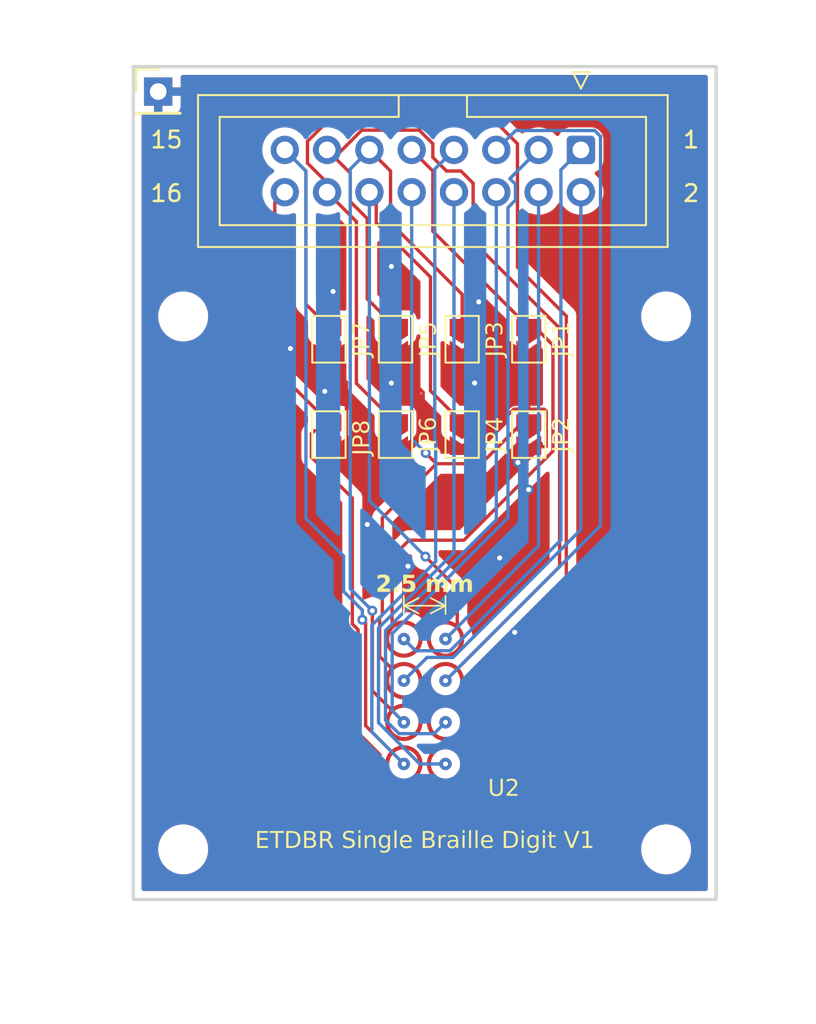
<source format=kicad_pcb>
(kicad_pcb (version 20240108) (generator "pcbnew") (generator_version "8.0")
  (layers (0 "F.Cu" signal) (31 "B.Cu" signal) (34 "B.Paste" user) (35 "F.Paste" user) (36 "B.SilkS" user "B.Silkscreen") (37 "F.SilkS" user "F.Silkscreen") (38 "B.Mask" user) (39 "F.Mask" user) (44 "Edge.Cuts" user))
  (net 0 "")
  (net 1 "Net-(J2-Pin_16)")
  (net 2 "Net-(J2-Pin_11)")
  (net 3 "Net-(J2-Pin_7)")
  (net 4 "Net-(J2-Pin_2)")
  (net 5 "Net-(J2-Pin_3)")
  (net 6 "Net-(J2-Pin_15)")
  (net 7 "Net-(J2-Pin_9)")
  (net 8 "Net-(J2-Pin_4)")
  (net 9 "Net-(J2-Pin_6)")
  (net 10 "Net-(J2-Pin_14)")
  (net 11 "Net-(J2-Pin_5)")
  (net 12 "Net-(J2-Pin_13)")
  (net 13 "Net-(J2-Pin_10)")
  (net 14 "Net-(J2-Pin_12)")
  (net 15 "Net-(J2-Pin_1)")
  (net 16 "Net-(J2-Pin_8)")
  (net 17 "/GNDPlane")
  (footprint "Connector_PinHeader_2.54mm:PinHeader_1x01_P2.54mm_Vertical" (layer "F.Cu") (at 49.78 57.465)
    (property "Reference" "J1")
    (property "Value" "Conn_01x01_Pin")
    (fp_line (start -1.33 -1.33) (end 0 -1.33) (stroke (width 0.12)) (layer "F.SilkS"))
    (fp_line (start -1.33 0) (end -1.33 -1.33) (stroke (width 0.12)) (layer "F.SilkS"))
    (fp_line (start -1.33 1.27) (end -1.33 1.33) (stroke (width 0.12)) (layer "F.SilkS"))
    (fp_line (start -1.33 1.27) (end 1.33 1.27) (stroke (width 0.12)) (layer "F.SilkS"))
    (fp_line (start -1.33 1.33) (end 1.33 1.33) (stroke (width 0.12)) (layer "F.SilkS"))
    (fp_line (start 1.33 1.27) (end 1.33 1.33) (stroke (width 0.12)) (layer "F.SilkS"))
    (pad "1" thru_hole rect (at 0 0) (size 1.7 1.7) (drill 1) (layers "*.Cu" "*.Mask") (net 17 "/GNDPlane"))
  )
  (footprint "Jumper:SolderJumper-2_P1.3mm_Open_TrianglePad1.0x1.5mm" (layer "F.Cu") (at 68.03 72.335 -90)
    (property "Reference" "JP3" (at 0 -2 90) (layer "F.SilkS"))
    (property "Value" "SolderJumper_2_Open" (hide yes))
    (fp_line (start -1.4 1) (end -1.4 -1) (stroke (width 0.12)) (layer "F.SilkS"))
    (fp_line (start 1.4 1) (end -1.4 1) (stroke (width 0.12)) (layer "F.SilkS"))
    (fp_line (start -1.4 -1) (end 1.4 -1) (stroke (width 0.12)) (layer "F.SilkS"))
    (fp_line (start 1.4 -1) (end 1.4 1) (stroke (width 0.12)) (layer "F.SilkS"))
    (pad "1" smd custom (at -0.725 0 270) (size 0.3 0.3) (layers "F.Cu" "F.Mask") (net 2 "Net-(J2-Pin_11)") (options (clearance outline) (anchor rect)) (primitives (gr_poly (pts (xy 1 0) (xy 0.5 0.75) (xy -0.5 0.75) (xy -0.5 -0.75) (xy 0.5 -0.75)) (width 0) (fill yes))))
    (pad "2" smd custom (at 0.725 0 270) (size 0.3 0.3) (layers "F.Cu" "F.Mask") (net 17 "/GNDPlane") (options (clearance outline) (anchor rect)) (primitives (gr_poly (pts (xy 0.5 0.75) (xy -0.65 0.75) (xy -0.15 0) (xy -0.65 -0.75) (xy 0.5 -0.75)) (width 0) (fill yes))))
  )
  (footprint "Connector_IDC:IDC-Header_2x08_P2.54mm_Vertical" (layer "F.Cu") (at 75.16 60.965 -90)
    (property "Reference" "J2" (hide yes))
    (property "Value" "Conn_02x08_Top_Bottom")
    (fp_line (start -3.29 22.99) (end -3.29 -5.21) (stroke (width 0.12)) (layer "F.SilkS"))
    (fp_line (start 5.83 22.99) (end -3.29 22.99) (stroke (width 0.12)) (layer "F.SilkS"))
    (fp_line (start -1.98 21.69) (end -1.98 10.94) (stroke (width 0.12)) (layer "F.SilkS"))
    (fp_line (start 4.52 21.69) (end -1.98 21.69) (stroke (width 0.12)) (layer "F.SilkS"))
    (fp_line (start -1.98 10.94) (end -3.29 10.94) (stroke (width 0.12)) (layer "F.SilkS"))
    (fp_line (start -1.98 10.94) (end -1.98 10.94) (stroke (width 0.12)) (layer "F.SilkS"))
    (fp_line (start -3.29 6.84) (end -1.98 6.84) (stroke (width 0.12)) (layer "F.SilkS"))
    (fp_line (start -1.98 6.84) (end -1.98 -3.91) (stroke (width 0.12)) (layer "F.SilkS"))
    (fp_line (start -4.68 0.5) (end -3.68 0) (stroke (width 0.12)) (layer "F.SilkS"))
    (fp_line (start -3.68 0) (end -4.68 -0.5) (stroke (width 0.12)) (layer "F.SilkS"))
    (fp_line (start -4.68 -0.5) (end -4.68 0.5) (stroke (width 0.12)) (layer "F.SilkS"))
    (fp_line (start -1.98 -3.91) (end 4.52 -3.91) (stroke (width 0.12)) (layer "F.SilkS"))
    (fp_line (start 4.52 -3.91) (end 4.52 21.69) (stroke (width 0.12)) (layer "F.SilkS"))
    (fp_line (start -3.29 -5.21) (end 5.83 -5.21) (stroke (width 0.12)) (layer "F.SilkS"))
    (fp_line (start 5.83 -5.21) (end 5.83 22.99) (stroke (width 0.12)) (layer "F.SilkS"))
    (pad "1" thru_hole roundrect (at 0 0 270) (size 1.7 1.7) (drill 1) (layers "*.Cu" "*.Mask") (roundrect_rratio 0.147059) (net 15 "Net-(J2-Pin_1)"))
    (pad "2" thru_hole circle (at 2.54 0 270) (size 1.7 1.7) (drill 1) (layers "*.Cu" "*.Mask") (net 4 "Net-(J2-Pin_2)"))
    (pad "3" thru_hole circle (at 0 2.54 270) (size 1.7 1.7) (drill 1) (layers "*.Cu" "*.Mask") (net 5 "Net-(J2-Pin_3)"))
    (pad "4" thru_hole circle (at 2.54 2.54 270) (size 1.7 1.7) (drill 1) (layers "*.Cu" "*.Mask") (net 8 "Net-(J2-Pin_4)"))
    (pad "5" thru_hole circle (at 0 5.08 270) (size 1.7 1.7) (drill 1) (layers "*.Cu" "*.Mask") (net 11 "Net-(J2-Pin_5)"))
    (pad "6" thru_hole circle (at 2.54 5.08 270) (size 1.7 1.7) (drill 1) (layers "*.Cu" "*.Mask") (net 9 "Net-(J2-Pin_6)"))
    (pad "7" thru_hole circle (at 0 7.62 270) (size 1.7 1.7) (drill 1) (layers "*.Cu" "*.Mask") (net 3 "Net-(J2-Pin_7)"))
    (pad "8" thru_hole circle (at 2.54 7.62 270) (size 1.7 1.7) (drill 1) (layers "*.Cu" "*.Mask") (net 16 "Net-(J2-Pin_8)"))
    (pad "9" thru_hole circle (at 0 10.16 270) (size 1.7 1.7) (drill 1) (layers "*.Cu" "*.Mask") (net 7 "Net-(J2-Pin_9)"))
    (pad "10" thru_hole circle (at 2.54 10.16 270) (size 1.7 1.7) (drill 1) (layers "*.Cu" "*.Mask") (net 13 "Net-(J2-Pin_10)"))
    (pad "11" thru_hole circle (at 0 12.7 270) (size 1.7 1.7) (drill 1) (layers "*.Cu" "*.Mask") (net 2 "Net-(J2-Pin_11)"))
    (pad "12" thru_hole circle (at 2.54 12.7 270) (size 1.7 1.7) (drill 1) (layers "*.Cu" "*.Mask") (net 14 "Net-(J2-Pin_12)"))
    (pad "13" thru_hole circle (at 0 15.24 270) (size 1.7 1.7) (drill 1) (layers "*.Cu" "*.Mask") (net 12 "Net-(J2-Pin_13)"))
    (pad "14" thru_hole circle (at 2.54 15.24 270) (size 1.7 1.7) (drill 1) (layers "*.Cu" "*.Mask") (net 10 "Net-(J2-Pin_14)"))
    (pad "15" thru_hole circle (at 0 17.78 270) (size 1.7 1.7) (drill 1) (layers "*.Cu" "*.Mask") (net 6 "Net-(J2-Pin_15)"))
    (pad "16" thru_hole circle (at 2.54 17.78 270) (size 1.7 1.7) (drill 1) (layers "*.Cu" "*.Mask") (net 1 "Net-(J2-Pin_16)"))
  )
  (footprint "Jumper:SolderJumper-2_P1.3mm_Open_TrianglePad1.0x1.5mm" (layer "F.Cu") (at 68.03 78.06 -90)
    (property "Reference" "JP4" (at 0 -2 90) (layer "F.SilkS"))
    (property "Value" "SolderJumper_2_Open" (hide yes))
    (fp_line (start -1.4 1) (end -1.4 -1) (stroke (width 0.12)) (layer "F.SilkS"))
    (fp_line (start 1.4 1) (end -1.4 1) (stroke (width 0.12)) (layer "F.SilkS"))
    (fp_line (start -1.4 -1) (end 1.4 -1) (stroke (width 0.12)) (layer "F.SilkS"))
    (fp_line (start 1.4 -1) (end 1.4 1) (stroke (width 0.12)) (layer "F.SilkS"))
    (pad "1" smd custom (at -0.725 0 270) (size 0.3 0.3) (layers "F.Cu" "F.Mask") (net 14 "Net-(J2-Pin_12)") (options (clearance outline) (anchor rect)) (primitives (gr_poly (pts (xy 1 0) (xy 0.5 0.75) (xy -0.5 0.75) (xy -0.5 -0.75) (xy 0.5 -0.75)) (width 0) (fill yes))))
    (pad "2" smd custom (at 0.725 0 270) (size 0.3 0.3) (layers "F.Cu" "F.Mask") (net 17 "/GNDPlane") (options (clearance outline) (anchor rect)) (primitives (gr_poly (pts (xy 0.5 0.75) (xy -0.65 0.75) (xy -0.15 0) (xy -0.65 -0.75) (xy 0.5 -0.75)) (width 0) (fill yes))))
  )
  (footprint "MountingHole:MountingHole_2.5mm" (layer "F.Cu") (at 51.28 70.965)
    (property "Reference" "REF**")
    (property "Value" "MountingHole_2.5mm" (hide yes))
    (pad "" np_thru_hole circle (at 0 0) (size 2.5 2.5) (drill 2.5) (layers "*.Cu" "*.Mask"))
  )
  (footprint "Jumper:SolderJumper-2_P1.3mm_Open_TrianglePad1.0x1.5mm" (layer "F.Cu") (at 60.03 72.335 -90)
    (property "Reference" "JP7" (at 0 -2 90) (layer "F.SilkS"))
    (property "Value" "SolderJumper_2_Open" (hide yes))
    (fp_line (start -1.4 1) (end -1.4 -1) (stroke (width 0.12)) (layer "F.SilkS"))
    (fp_line (start 1.4 1) (end -1.4 1) (stroke (width 0.12)) (layer "F.SilkS"))
    (fp_line (start -1.4 -1) (end 1.4 -1) (stroke (width 0.12)) (layer "F.SilkS"))
    (fp_line (start 1.4 -1) (end 1.4 1) (stroke (width 0.12)) (layer "F.SilkS"))
    (pad "1" smd custom (at -0.725 0 270) (size 0.3 0.3) (layers "F.Cu" "F.Mask") (net 6 "Net-(J2-Pin_15)") (options (clearance outline) (anchor rect)) (primitives (gr_poly (pts (xy 1 0) (xy 0.5 0.75) (xy -0.5 0.75) (xy -0.5 -0.75) (xy 0.5 -0.75)) (width 0) (fill yes))))
    (pad "2" smd custom (at 0.725 0 270) (size 0.3 0.3) (layers "F.Cu" "F.Mask") (net 17 "/GNDPlane") (options (clearance outline) (anchor rect)) (primitives (gr_poly (pts (xy 0.5 0.75) (xy -0.65 0.75) (xy -0.15 0) (xy -0.65 -0.75) (xy 0.5 -0.75)) (width 0) (fill yes))))
  )
  (footprint "Jumper:SolderJumper-2_P1.3mm_Open_TrianglePad1.0x1.5mm" (layer "F.Cu") (at 64.03 78.06 -90)
    (property "Reference" "JP6" (at 0 -2 90) (layer "F.SilkS"))
    (property "Value" "SolderJumper_2_Open" (hide yes))
    (fp_line (start -1.4 1) (end -1.4 -1) (stroke (width 0.12)) (layer "F.SilkS"))
    (fp_line (start 1.4 1) (end -1.4 1) (stroke (width 0.12)) (layer "F.SilkS"))
    (fp_line (start -1.4 -1) (end 1.4 -1) (stroke (width 0.12)) (layer "F.SilkS"))
    (fp_line (start 1.4 -1) (end 1.4 1) (stroke (width 0.12)) (layer "F.SilkS"))
    (pad "1" smd custom (at -0.725 0 270) (size 0.3 0.3) (layers "F.Cu" "F.Mask") (net 10 "Net-(J2-Pin_14)") (options (clearance outline) (anchor rect)) (primitives (gr_poly (pts (xy 1 0) (xy 0.5 0.75) (xy -0.5 0.75) (xy -0.5 -0.75) (xy 0.5 -0.75)) (width 0) (fill yes))))
    (pad "2" smd custom (at 0.725 0 270) (size 0.3 0.3) (layers "F.Cu" "F.Mask") (net 17 "/GNDPlane") (options (clearance outline) (anchor rect)) (primitives (gr_poly (pts (xy 0.5 0.75) (xy -0.65 0.75) (xy -0.15 0) (xy -0.65 -0.75) (xy 0.5 -0.75)) (width 0) (fill yes))))
  )
  (footprint "MountingHole:MountingHole_2.5mm" (layer "F.Cu") (at 80.28 102.965)
    (property "Reference" "REF**")
    (property "Value" "MountingHole_2.5mm" (hide yes))
    (pad "" np_thru_hole circle (at 0 0) (size 2.5 2.5) (drill 2.5) (layers "*.Cu" "*.Mask"))
  )
  (footprint "Jumper:SolderJumper-2_P1.3mm_Open_TrianglePad1.0x1.5mm" (layer "F.Cu") (at 72.03 78.06 -90)
    (property "Reference" "JP2" (at 0 -2 90) (layer "F.SilkS"))
    (property "Value" "SolderJumper_2_Open" (hide yes))
    (fp_line (start -1.4 1) (end -1.4 -1) (stroke (width 0.12)) (layer "F.SilkS"))
    (fp_line (start 1.4 1) (end -1.4 1) (stroke (width 0.12)) (layer "F.SilkS"))
    (fp_line (start -1.4 -1) (end 1.4 -1) (stroke (width 0.12)) (layer "F.SilkS"))
    (fp_line (start 1.4 -1) (end 1.4 1) (stroke (width 0.12)) (layer "F.SilkS"))
    (pad "1" smd custom (at -0.725 0 270) (size 0.3 0.3) (layers "F.Cu" "F.Mask") (net 13 "Net-(J2-Pin_10)") (options (clearance outline) (anchor rect)) (primitives (gr_poly (pts (xy 1 0) (xy 0.5 0.75) (xy -0.5 0.75) (xy -0.5 -0.75) (xy 0.5 -0.75)) (width 0) (fill yes))))
    (pad "2" smd custom (at 0.725 0 270) (size 0.3 0.3) (layers "F.Cu" "F.Mask") (net 17 "/GNDPlane") (options (clearance outline) (anchor rect)) (primitives (gr_poly (pts (xy 0.5 0.75) (xy -0.65 0.75) (xy -0.15 0) (xy -0.65 -0.75) (xy 0.5 -0.75)) (width 0) (fill yes))))
  )
  (footprint "Jumper:SolderJumper-2_P1.3mm_Open_TrianglePad1.0x1.5mm" (layer "F.Cu") (at 60.03 78.06 -90)
    (property "Reference" "JP8" (at 0.185 -2 90) (layer "F.SilkS"))
    (property "Value" "SolderJumper_2_Open" (hide yes))
    (fp_line (start -1.4 1) (end -1.4 -1) (stroke (width 0.12)) (layer "F.SilkS"))
    (fp_line (start 1.4 1) (end -1.4 1) (stroke (width 0.12)) (layer "F.SilkS"))
    (fp_line (start -1.4 -1) (end 1.4 -1) (stroke (width 0.12)) (layer "F.SilkS"))
    (fp_line (start 1.4 -1) (end 1.4 1) (stroke (width 0.12)) (layer "F.SilkS"))
    (pad "1" smd custom (at -0.725 0 270) (size 0.3 0.3) (layers "F.Cu" "F.Mask") (net 1 "Net-(J2-Pin_16)") (options (clearance outline) (anchor rect)) (primitives (gr_poly (pts (xy 1 0) (xy 0.5 0.75) (xy -0.5 0.75) (xy -0.5 -0.75) (xy 0.5 -0.75)) (width 0) (fill yes))))
    (pad "2" smd custom (at 0.725 0 270) (size 0.3 0.3) (layers "F.Cu" "F.Mask") (net 17 "/GNDPlane") (options (clearance outline) (anchor rect)) (primitives (gr_poly (pts (xy 0.5 0.75) (xy -0.65 0.75) (xy -0.15 0) (xy -0.65 -0.75) (xy 0.5 -0.75)) (width 0) (fill yes))))
  )
  (footprint "Jumper:SolderJumper-2_P1.3mm_Open_TrianglePad1.0x1.5mm" (layer "F.Cu") (at 72.03 72.335 -90)
    (property "Reference" "JP1" (at 0 -2 90) (layer "F.SilkS"))
    (property "Value" "SolderJumper_2_Open" (hide yes))
    (fp_line (start -1.4 1) (end -1.4 -1) (stroke (width 0.12)) (layer "F.SilkS"))
    (fp_line (start 1.4 1) (end -1.4 1) (stroke (width 0.12)) (layer "F.SilkS"))
    (fp_line (start -1.4 -1) (end 1.4 -1) (stroke (width 0.12)) (layer "F.SilkS"))
    (fp_line (start 1.4 -1) (end 1.4 1) (stroke (width 0.12)) (layer "F.SilkS"))
    (pad "1" smd custom (at -0.725 0 270) (size 0.3 0.3) (layers "F.Cu" "F.Mask") (net 7 "Net-(J2-Pin_9)") (options (clearance outline) (anchor rect)) (primitives (gr_poly (pts (xy 1 0) (xy 0.5 0.75) (xy -0.5 0.75) (xy -0.5 -0.75) (xy 0.5 -0.75)) (width 0) (fill yes))))
    (pad "2" smd custom (at 0.725 0 270) (size 0.3 0.3) (layers "F.Cu" "F.Mask") (net 17 "/GNDPlane") (options (clearance outline) (anchor rect)) (primitives (gr_poly (pts (xy 0.5 0.75) (xy -0.65 0.75) (xy -0.15 0) (xy -0.65 -0.75) (xy 0.5 -0.75)) (width 0) (fill yes))))
  )
  (footprint "MountingHole:MountingHole_2.5mm" (layer "F.Cu") (at 51.28 102.965)
    (property "Reference" "REF**")
    (property "Value" "MountingHole_2.5mm" (hide yes))
    (pad "" np_thru_hole circle (at 0 0) (size 2.5 2.5) (drill 2.5) (layers "*.Cu" "*.Mask"))
  )
  (footprint "MountingHole:MountingHole_2.5mm" (layer "F.Cu") (at 80.28 70.965)
    (property "Reference" "REF**")
    (property "Value" "MountingHole_2.5mm" (hide yes))
    (pad "" np_thru_hole circle (at 0 0) (size 2.5 2.5) (drill 2.5) (layers "*.Cu" "*.Mask"))
  )
  (footprint "etdbrFoot:digitV1.1" (layer "F.Cu") (at 64.53 97.835)
    (property "Reference" "U2" (at 6 1.5 0) (layer "F.SilkS") (effects (font (thickness 0.1))))
    (property "Value" "~")
    (dimension (type aligned) (layer "F.SilkS") (pts (xy 64.53 89.335) (xy 67.03 89.335)) (height -1) (gr_text "2.5 mm" (at 65.78 87.085 0) (layer "F.SilkS") (effects (font (face "Comic Sans MS") (size 1 1) (thickness 0.3) (bold yes)))) (format (prefix "") (suffix "") (units 3) (units_format 1) (precision 3) suppress_zeroes) (style (thickness 0.1) (arrow_length 1) (text_position_mode 0) (extension_height 0.58642) (extension_offset 0.5) keep_text_aligned))
    (pad "-1" smd custom (at -0.707107 -8.207107) (size 0.25 0.25) (layers "F.Cu" "F.Paste" "F.Mask") (net 7 "Net-(J2-Pin_9)") (options (clearance outline) (anchor circle)) (primitives (gr_circle (center 0.707107 0.707107) (end 1.707107 0.707107) (width 0.25) (fill no))))
    (pad "-2" smd custom (at -0.707107 -5.707107) (size 0.25 0.25) (layers "F.Cu" "F.Paste" "F.Mask") (net 13 "Net-(J2-Pin_10)") (options (clearance outline) (anchor circle)) (primitives (gr_circle (center 0.707107 0.707107) (end 1.707107 0.707107) (width 0.25) (fill no))))
    (pad "-3" smd custom (at -0.707107 -3.207107) (size 0.25 0.25) (layers "F.Cu" "F.Paste" "F.Mask") (net 2 "Net-(J2-Pin_11)") (options (clearance outline) (anchor circle)) (primitives (gr_circle (center 0.707107 0.707107) (end 1.707107 0.707107) (width 0.25) (fill no))))
    (pad "-4" smd custom (at 3.207107 -8.207107) (size 0.25 0.25) (layers "F.Cu" "F.Paste" "F.Mask") (net 14 "Net-(J2-Pin_12)") (options (clearance outline) (anchor circle)) (primitives (gr_circle (center -0.707107 0.707107) (end 0.292893 0.707107) (width 0.25) (fill no))))
    (pad "-5" smd custom (at 3.207107 -5.707107) (size 0.25 0.25) (layers "F.Cu" "F.Paste" "F.Mask") (net 12 "Net-(J2-Pin_13)") (options (clearance outline) (anchor circle)) (primitives (gr_circle (center -0.707107 0.707107) (end 0.292893 0.707107) (width 0.25) (fill no))))
    (pad "-6" smd custom (at 3.207107 -3.207107) (size 0.25 0.25) (layers "F.Cu" "F.Paste" "F.Mask") (net 10 "Net-(J2-Pin_14)") (options (clearance outline) (anchor circle)) (primitives (gr_circle (center -0.707107 0.707107) (end 0.292893 0.707107) (width 0.25) (fill no))))
    (pad "-7" smd custom (at -0.707107 -0.707107) (size 0.25 0.25) (layers "F.Cu" "F.Paste" "F.Mask") (net 6 "Net-(J2-Pin_15)") (options (clearance outline) (anchor circle)) (primitives (gr_circle (center 0.707107 0.707107) (end 1.707107 0.707107) (width 0.25) (fill no))))
    (pad "-8" smd custom (at 1.792893 0.707107) (size 0.25 0.25) (layers "F.Cu" "F.Paste" "F.Mask") (net 1 "Net-(J2-Pin_16)") (options (clearance outline) (anchor circle)) (primitives (gr_circle (center 0.707107 -0.707107) (end 1.707107 -0.707107) (width 0.25) (fill no))))
    (pad "1" thru_hole circle (at 0 -7.5 270) (size 0.75 0.75) (drill 0.3) (layers "*.Cu" "*.Mask") (net 15 "Net-(J2-Pin_1)"))
    (pad "2" thru_hole circle (at 0 -5 270) (size 0.75 0.75) (drill 0.3) (layers "*.Cu" "*.Mask") (net 4 "Net-(J2-Pin_2)"))
    (pad "3" thru_hole circle (at 0 -2.5 270) (size 0.75 0.75) (drill 0.3) (layers "*.Cu" "*.Mask") (net 5 "Net-(J2-Pin_3)"))
    (pad "4" thru_hole circle (at 2.5 -7.5 90) (size 0.75 0.75) (drill 0.3) (layers "*.Cu" "*.Mask") (net 8 "Net-(J2-Pin_4)"))
    (pad "5" thru_hole circle (at 2.5 -5 90) (size 0.75 0.75) (drill 0.3) (layers "*.Cu" "*.Mask") (net 11 "Net-(J2-Pin_5)"))
    (pad "6" thru_hole circle (at 2.5 -2.5 90) (size 0.75 0.75) (drill 0.3) (layers "*.Cu" "*.Mask") (net 9 "Net-(J2-Pin_6)"))
    (pad "7" thru_hole circle (at 0 0 270) (size 0.75 0.75) (drill 0.3) (layers "*.Cu" "*.Mask") (net 3 "Net-(J2-Pin_7)"))
    (pad "8" thru_hole circle (at 2.5 0 90) (size 0.75 0.75) (drill 0.3) (layers "*.Cu" "*.Mask") (net 16 "Net-(J2-Pin_8)"))
  )
  (footprint "Jumper:SolderJumper-2_P1.3mm_Open_TrianglePad1.0x1.5mm" (layer "F.Cu") (at 64.03 72.335 -90)
    (property "Reference" "JP5" (at 0 -2 90) (layer "F.SilkS"))
    (property "Value" "SolderJumper_2_Open" (hide yes))
    (fp_line (start -1.4 1) (end -1.4 -1) (stroke (width 0.12)) (layer "F.SilkS"))
    (fp_line (start 1.4 1) (end -1.4 1) (stroke (width 0.12)) (layer "F.SilkS"))
    (fp_line (start -1.4 -1) (end 1.4 -1) (stroke (width 0.12)) (layer "F.SilkS"))
    (fp_line (start 1.4 -1) (end 1.4 1) (stroke (width 0.12)) (layer "F.SilkS"))
    (pad "1" smd custom (at -0.725 0 270) (size 0.3 0.3) (layers "F.Cu" "F.Mask") (net 12 "Net-(J2-Pin_13)") (options (clearance outline) (anchor rect)) (primitives (gr_poly (pts (xy 1 0) (xy 0.5 0.75) (xy -0.5 0.75) (xy -0.5 -0.75) (xy 0.5 -0.75)) (width 0) (fill yes))))
    (pad "2" smd custom (at 0.725 0 270) (size 0.3 0.3) (layers "F.Cu" "F.Mask") (net 17 "/GNDPlane") (options (clearance outline) (anchor rect)) (primitives (gr_poly (pts (xy 0.5 0.75) (xy -0.65 0.75) (xy -0.15 0) (xy -0.65 -0.75) (xy 0.5 -0.75)) (width 0) (fill yes))))
  )
  (gr_rect (start 48.28 55.965) (end 83.28 105.965) (stroke (width 0.2)) (fill none) (layer "Edge.Cuts"))
  (gr_text "15\n\n16" (at 50.28 61.965 0) (layer "F.SilkS") (effects (font (size 1 1))))
  (gr_text "1\n\n2" (at 81.78 61.965 0) (layer "F.SilkS") (effects (font (size 1 1))))
  (gr_text "ETDBR Single Braille Digit V1\n" (at 65.78 102.465 0) (layer "F.SilkS") (effects (font (size 1 1))))
  (segment (start 61.78 89.772292) (end 61.78 95.965) (width 0.2) (layer "F.Cu") (net 1))
  (segment (start 59.153664 77.83) (end 58.975 78.008664) (width 0.2) (layer "F.Cu") (net 1))
  (segment (start 59.8331 77.1381) (end 60.03 77.335) (width 0.2) (layer "F.Cu") (net 1))
  (segment (start 60.525 77.83) (end 59.153664 77.83) (width 0.2) (layer "F.Cu") (net 1))
  (segment (start 59.8331 77.1381) (end 60.525 77.83) (width 0.2) (layer "F.Cu") (net 1))
  (segment (start 61.4354 81.871736) (end 61.4354 89.427692) (width 0.2) (layer "F.Cu") (net 1))
  (segment (start 58.975 79.411336) (end 61.4354 81.871736) (width 0.2) (layer "F.Cu") (net 1))
  (segment (start 63.09518 97.28018) (end 63.09518 98.42761) (width 0.2) (layer "F.Cu") (net 1))
  (segment (start 57.38 63.505) (end 56.78 64.105) (width 0.2) (layer "F.Cu") (net 1))
  (segment (start 61.78 95.965) (end 63.09518 97.28018) (width 0.2) (layer "F.Cu") (net 1))
  (segment (start 63.93257 99.265) (end 65.6 99.265) (width 0.2) (layer "F.Cu") (net 1))
  (segment (start 65.6 99.265) (end 66.322893 98.542107) (width 0.2) (layer "F.Cu") (net 1))
  (segment (start 56.78 74.085) (end 59.8331 77.1381) (width 0.2) (layer "F.Cu") (net 1))
  (segment (start 61.4354 89.427692) (end 61.78 89.772292) (width 0.2) (layer "F.Cu") (net 1))
  (segment (start 63.09518 98.42761) (end 63.93257 99.265) (width 0.2) (layer "F.Cu") (net 1))
  (segment (start 58.975 78.008664) (end 58.975 79.411336) (width 0.2) (layer "F.Cu") (net 1))
  (segment (start 56.78 64.105) (end 56.78 74.085) (width 0.2) (layer "F.Cu") (net 1))
  (segment (start 63.73 62.235) (end 63.73 65.3405) (width 0.2) (layer "F.Cu") (net 2))
  (segment (start 62.6354 93.4404) (end 62.6354 88.6334) (width 0.2) (layer "F.Cu") (net 2))
  (segment (start 63.73 65.3405) (end 68.03 69.6405) (width 0.2) (layer "F.Cu") (net 2))
  (segment (start 63.8229 94.6279) (end 62.6354 93.4404) (width 0.2) (layer "F.Cu") (net 2))
  (segment (start 62.46 60.965) (end 63.73 62.235) (width 0.2) (layer "F.Cu") (net 2))
  (segment (start 68.03 69.6405) (end 68.03 71.61) (width 0.2) (layer "F.Cu") (net 2))
  (via (at 62.6354 88.6334) (size 0.6) (drill 0.3) (layers "F.Cu" "B.Cu") (net 2))
  (segment (start 62.6354 88.6334) (end 61.3098 87.3078) (width 0.2) (layer "B.Cu") (net 2))
  (segment (start 61.3098 62.1152) (end 62.46 60.965) (width 0.2) (layer "B.Cu") (net 2))
  (segment (start 61.3098 87.3078) (end 61.3098 62.1152) (width 0.2) (layer "B.Cu") (net 2))
  (segment (start 62.6084 89.5091) (end 62.6084 95.9134) (width 0.2) (layer "B.Cu") (net 3))
  (segment (start 66.4412 78.3825) (end 66.4412 85.6763) (width 0.2) (layer "B.Cu") (net 3))
  (segment (start 66.3865 78.3278) (end 66.4412 78.3825) (width 0.2) (layer "B.Cu") (net 3))
  (segment (start 62.6084 95.9134) (end 64.53 97.835) (width 0.2) (layer "B.Cu") (net 3))
  (segment (start 66.3865 62.1185) (end 66.3865 78.3278) (width 0.2) (layer "B.Cu") (net 3))
  (segment (start 67.54 60.965) (end 66.3865 62.1185) (width 0.2) (layer "B.Cu") (net 3))
  (segment (start 66.4412 85.6763) (end 62.6084 89.5091) (width 0.2) (layer "B.Cu") (net 3))
  (segment (start 65.9266 91.4384) (end 67.4868 91.4384) (width 0.2) (layer "B.Cu") (net 4))
  (segment (start 64.53 92.835) (end 65.9266 91.4384) (width 0.2) (layer "B.Cu") (net 4))
  (segment (start 67.4868 91.4384) (end 75.16 83.7652) (width 0.2) (layer "B.Cu") (net 4))
  (segment (start 75.16 83.7652) (end 75.16 63.505) (width 0.2) (layer "B.Cu") (net 4))
  (segment (start 71.23 63.028654) (end 70.893173 62.691827) (width 0.2) (layer "B.Cu") (net 5))
  (segment (start 70.78 83.0569) (end 70.78 64.431346) (width 0.2) (layer "B.Cu") (net 5))
  (segment (start 71.23 63.981346) (end 71.23 63.028654) (width 0.2) (layer "B.Cu") (net 5))
  (segment (start 70.78 64.431346) (end 71.23 63.981346) (width 0.2) (layer "B.Cu") (net 5))
  (segment (start 70.893173 62.691827) (end 72.62 60.965) (width 0.2) (layer "B.Cu") (net 5))
  (segment (start 63.829 90.0079) (end 70.78 83.0569) (width 0.2) (layer "B.Cu") (net 5))
  (segment (start 64.53 95.335) (end 63.829 94.634) (width 0.2) (layer "B.Cu") (net 5))
  (segment (start 63.829 94.634) (end 63.829 90.0079) (width 0.2) (layer "B.Cu") (net 5))
  (segment (start 58.65 62.235) (end 58.65 70.23) (width 0.2) (layer "F.Cu") (net 6))
  (segment (start 62.2354 89.379163) (end 62.2354 95.5404) (width 0.2) (layer "F.Cu") (net 6))
  (segment (start 62.2354 95.5404) (end 63.822893 97.127893) (width 0.2) (layer "F.Cu") (net 6))
  (segment (start 62.0354 89.179163) (end 62.2354 89.379163) (width 0.2) (layer "F.Cu") (net 6))
  (segment (start 57.38 60.965) (end 58.65 62.235) (width 0.2) (layer "F.Cu") (net 6))
  (segment (start 58.65 70.23) (end 60.03 71.61) (width 0.2) (layer "F.Cu") (net 6))
  (via (at 62.0354 89.179163) (size 0.6) (drill 0.3) (layers "F.Cu" "B.Cu") (net 6))
  (segment (start 60.9098 85.3548) (end 58.65 83.095) (width 0.2) (layer "B.Cu") (net 6))
  (segment (start 60.9098 87.473486) (end 60.9098 85.3548) (width 0.2) (layer "B.Cu") (net 6))
  (segment (start 58.65 62.235) (end 57.38 60.965) (width 0.2) (layer "B.Cu") (net 6))
  (segment (start 58.65 83.095) (end 58.65 62.235) (width 0.2) (layer "B.Cu") (net 6))
  (segment (start 62.0354 88.599086) (end 60.9098 87.473486) (width 0.2) (layer "B.Cu") (net 6))
  (segment (start 62.0354 89.179163) (end 62.0354 88.599086) (width 0.2) (layer "B.Cu") (net 6))
  (segment (start 66.27 62.235) (end 66.27 65.85) (width 0.2) (layer "F.Cu") (net 7))
  (segment (start 73.4827 72.6883) (end 73.4827 79.0527) (width 0.2) (layer "F.Cu") (net 7))
  (segment (start 73.4827 79.0527) (end 68.1347 84.4007) (width 0.2) (layer "F.Cu") (net 7))
  (segment (start 72.03 71.61) (end 72.4044 71.61) (width 0.2) (layer "F.Cu") (net 7))
  (segment (start 63.8229 85.4221) (end 63.8229 89.6279) (width 0.2) (layer "F.Cu") (net 7))
  (segment (start 72.4044 71.61) (end 73.4827 72.6883) (width 0.2) (layer "F.Cu") (net 7))
  (segment (start 65 60.965) (end 66.27 62.235) (width 0.2) (layer "F.Cu") (net 7))
  (segment (start 68.1347 84.4007) (end 64.8443 84.4007) (width 0.2) (layer "F.Cu") (net 7))
  (segment (start 64.8443 84.4007) (end 63.8229 85.4221) (width 0.2) (layer "F.Cu") (net 7))
  (segment (start 66.27 65.85) (end 72.03 71.61) (width 0.2) (layer "F.Cu") (net 7))
  (segment (start 72.62 63.505) (end 72.62 84.745) (width 0.2) (layer "B.Cu") (net 8))
  (segment (start 72.62 84.745) (end 67.03 90.335) (width 0.2) (layer "B.Cu") (net 8))
  (segment (start 64.2318 96.016) (end 63.4288 95.213) (width 0.2) (layer "B.Cu") (net 9))
  (segment (start 67.03 95.335) (end 66.349 96.016) (width 0.2) (layer "B.Cu") (net 9))
  (segment (start 63.4288 95.213) (end 63.4288 89.8203) (width 0.2) (layer "B.Cu") (net 9))
  (segment (start 63.4288 89.8203) (end 70.08 83.1691) (width 0.2) (layer "B.Cu") (net 9))
  (segment (start 66.349 96.016) (end 64.2318 96.016) (width 0.2) (layer "B.Cu") (net 9))
  (segment (start 70.08 83.1691) (end 70.08 63.505) (width 0.2) (layer "B.Cu") (net 9))
  (segment (start 71.35 68.0063) (end 71.35 60.5921) (width 0.2) (layer "F.Cu") (net 10))
  (segment (start 58.7413 61.7604) (end 59.92 62.9391) (width 0.2) (layer "F.Cu") (net 10))
  (segment (start 64.03 77.335) (end 61.6802 74.9852) (width 0.2) (layer "F.Cu") (net 10))
  (segment (start 67.7371 94.6279) (end 74.2829 88.0821) (width 0.2) (layer "F.Cu") (net 10))
  (segment (start 58.7413 60.4542) (end 58.7413 61.7604) (width 0.2) (layer "F.Cu") (net 10))
  (segment (start 59.92 62.9391) (end 59.92 63.505) (width 0.2) (layer "F.Cu") (net 10))
  (segment (start 59.8161 59.3794) (end 58.7413 60.4542) (width 0.2) (layer "F.Cu") (net 10))
  (segment (start 74.2829 88.0821) (end 74.2829 70.9392) (width 0.2) (layer "F.Cu") (net 10))
  (segment (start 70.1373 59.3794) (end 59.8161 59.3794) (width 0.2) (layer "F.Cu") (net 10))
  (segment (start 71.35 60.5921) (end 70.1373 59.3794) (width 0.2) (layer "F.Cu") (net 10))
  (segment (start 61.6802 74.9852) (end 61.6802 65.2652) (width 0.2) (layer "F.Cu") (net 10))
  (segment (start 61.6802 65.2652) (end 59.92 63.505) (width 0.2) (layer "F.Cu") (net 10))
  (segment (start 74.2829 70.9392) (end 71.35 68.0063) (width 0.2) (layer "F.Cu") (net 10))
  (segment (start 76.3384 60.1528) (end 75.9867 59.8011) (width 0.2) (layer "B.Cu") (net 11))
  (segment (start 67.03 92.835) (end 76.3384 83.5266) (width 0.2) (layer "B.Cu") (net 11))
  (segment (start 75.9867 59.8011) (end 71.2439 59.8011) (width 0.2) (layer "B.Cu") (net 11))
  (segment (start 71.2439 59.8011) (end 70.08 60.965) (width 0.2) (layer "B.Cu") (net 11))
  (segment (start 76.3384 83.5266) (end 76.3384 60.1528) (width 0.2) (layer "B.Cu") (net 11))
  (segment (start 73.8828 85.9822) (end 73.8828 71.6708) (width 0.2) (layer "F.Cu") (net 12))
  (segment (start 73.8828 71.6708) (end 68.6902 66.4782) (width 0.2) (layer "F.Cu") (net 12))
  (segment (start 68.6902 62.9667) (end 67.9585 62.235) (width 0.2) (layer "F.Cu") (net 12))
  (segment (start 61.3098 64.0661) (end 62.3284 65.0847) (width 0.2) (layer "F.Cu") (net 12))
  (segment (start 62.3284 69.9084) (end 64.03 71.61) (width 0.2) (layer "F.Cu") (net 12))
  (segment (start 67.0903 62.235) (end 66.2701 61.4148) (width 0.2) (layer "F.Cu") (net 12))
  (segment (start 66.2701 60.5971) (end 65.4525 59.7795) (width 0.2) (layer "F.Cu") (net 12))
  (segment (start 61.3098 62.3548) (end 61.3098 64.0661) (width 0.2) (layer "F.Cu") (net 12))
  (segment (start 59.92 60.965) (end 60.3703 61.4153) (width 0.2) (layer "F.Cu") (net 12))
  (segment (start 67.9585 62.235) (end 67.0903 62.235) (width 0.2) (layer "F.Cu") (net 12))
  (segment (start 62.0061 59.7795) (end 60.3703 61.4153) (width 0.2) (layer "F.Cu") (net 12))
  (segment (start 67.7371 92.1279) (end 73.8828 85.9822) (width 0.2) (layer "F.Cu") (net 12))
  (segment (start 66.2701 61.4148) (end 66.2701 60.5971) (width 0.2) (layer "F.Cu") (net 12))
  (segment (start 60.3703 61.4153) (end 61.3098 62.3548) (width 0.2) (layer "F.Cu") (net 12))
  (segment (start 65.4525 59.7795) (end 62.0061 59.7795) (width 0.2) (layer "F.Cu") (net 12))
  (segment (start 62.3284 65.0847) (end 62.3284 69.9084) (width 0.2) (layer "F.Cu") (net 12))
  (segment (start 68.6902 66.4782) (end 68.6902 62.9667) (width 0.2) (layer "F.Cu") (net 12))
  (segment (start 63.2355 83.0568) (end 66.484 79.8083) (width 0.2) (layer "F.Cu") (net 13))
  (segment (start 63.0779 89.0396) (end 63.2355 88.882) (width 0.2) (layer "F.Cu") (net 13))
  (segment (start 66.484 79.8083) (end 69.1756 79.8083) (width 0.2) (layer "F.Cu") (net 13))
  (segment (start 63.8229 92.1279) (end 63.0779 91.3829) (width 0.2) (layer "F.Cu") (net 13))
  (segment (start 71.6489 77.335) (end 72.03 77.335) (width 0.2) (layer "F.Cu") (net 13))
  (segment (start 69.1756 79.8083) (end 71.6489 77.335) (width 0.2) (layer "F.Cu") (net 13))
  (segment (start 66.484 79.8083) (end 65.8409 79.1652) (width 0.2) (layer "F.Cu") (net 13))
  (segment (start 63.0779 91.3829) (end 63.0779 89.0396) (width 0.2) (layer "F.Cu") (net 13))
  (segment (start 63.2355 88.882) (end 63.2355 83.0568) (width 0.2) (layer "F.Cu") (net 13))
  (via (at 65.8409 79.1652) (size 0.6) (drill 0.3) (layers "F.Cu" "B.Cu") (net 13))
  (segment (start 65 63.505) (end 65 78.3243) (width 0.2) (layer "B.Cu") (net 13))
  (segment (start 65 78.3243) (end 65.8409 79.1652) (width 0.2) (layer "B.Cu") (net 13))
  (segment (start 66.1284 68.6019) (end 66.1284 75.4334) (width 0.2) (layer "F.Cu") (net 14))
  (segment (start 62.8698 63.9148) (end 62.8698 65.3433) (width 0.2) (layer "F.Cu") (net 14))
  (segment (start 67.7371 87.297) (end 65.8276 85.3875) (width 0.2) (layer "F.Cu") (net 14))
  (segment (start 62.46 63.505) (end 62.8698 63.9148) (width 0.2) (layer "F.Cu") (net 14))
  (segment (start 66.1284 75.4334) (end 68.03 77.335) (width 0.2) (layer "F.Cu") (net 14))
  (segment (start 62.8698 65.3433) (end 66.1284 68.6019) (width 0.2) (layer "F.Cu") (net 14))
  (segment (start 67.7371 89.6279) (end 67.7371 87.297) (width 0.2) (layer "F.Cu") (net 14))
  (via (at 65.8276 85.3875) (size 0.6) (drill 0.3) (layers "F.Cu" "B.Cu") (net 14))
  (segment (start 62.46 63.505) (end 62.46 82.0199) (width 0.2) (layer "B.Cu") (net 14))
  (segment (start 62.46 82.0199) (end 65.8276 85.3875) (width 0.2) (layer "B.Cu") (net 14))
  (segment (start 65.2331 91.0381) (end 64.53 90.335) (width 0.2) (layer "B.Cu") (net 15))
  (segment (start 67.3086 91.0381) (end 65.2331 91.0381) (width 0.2) (layer "B.Cu") (net 15))
  (segment (start 73.9608 84.3859) (end 67.3086 91.0381) (width 0.2) (layer "B.Cu") (net 15))
  (segment (start 73.9608 62.1642) (end 73.9608 84.3859) (width 0.2) (layer "B.Cu") (net 15))
  (segment (start 75.16 60.965) (end 73.9608 62.1642) (width 0.2) (layer "B.Cu") (net 15))
  (segment (start 65.4849 97.835) (end 67.03 97.835) (width 0.2) (layer "B.Cu") (net 16))
  (segment (start 67.54 63.505) (end 67.54 85.1434) (width 0.2) (layer "B.Cu") (net 16))
  (segment (start 63.0086 89.6748) (end 63.0086 95.3587) (width 0.2) (layer "B.Cu") (net 16))
  (segment (start 67.54 85.1434) (end 63.0086 89.6748) (width 0.2) (layer "B.Cu") (net 16))
  (segment (start 63.0086 95.3587) (end 65.4849 97.835) (width 0.2) (layer "B.Cu") (net 16))
  (segment (start 60.03 73.06) (end 60.03 73.8601) (width 0.2) (layer "F.Cu") (net 17))
  (segment (start 70.28 83.103927) (end 72.02 81.363927) (width 0.2) (layer "F.Cu") (net 17))
  (segment (start 72.03 73.46) (end 72.03 73.8601) (width 0.2) (layer "F.Cu") (net 17))
  (segment (start 72.03 78.785) (end 73.0801 78.785) (width 0.2) (layer "F.Cu") (net 17))
  (segment (start 68.0007 78.785) (end 66.9799 78.785) (width 0.2) (layer "F.Cu") (net 17))
  (segment (start 69.0801 78.785) (end 69.0801 78.5928) (width 0.2) (layer "F.Cu") (net 17))
  (segment (start 64.03 78.785) (end 61.0801 78.785) (width 0.2) (layer "F.Cu") (net 17))
  (segment (start 72.03 76.5348) (end 72.9489 76.5348) (width 0.2) (layer "F.Cu") (net 17))
  (segment (start 64.0593 78.785) (end 65.0801 78.785) (width 0.2) (layer "F.Cu") (net 17))
  (segment (start 69.0801 78.5928) (end 71.1381 76.5348) (width 0.2) (layer "F.Cu") (net 17))
  (segment (start 65.6888 78.1763) (end 65.0801 78.785) (width 0.2) (layer "F.Cu") (net 17))
  (segment (start 68.0007 78.785) (end 68.03 78.785) (width 0.2) (layer "F.Cu") (net 17))
  (segment (start 64.03 73.06) (end 64.03 73.8601) (width 0.2) (layer "F.Cu") (net 17))
  (segment (start 70.28 85.465) (end 70.28 83.103927) (width 0.2) (layer "F.Cu") (net 17))
  (segment (start 61.0801 74.9102) (end 61.0801 78.785) (width 0.2) (layer "F.Cu") (net 17))
  (segment (start 60.03 73.8601) (end 61.0801 74.9102) (width 0.2) (layer "F.Cu") (net 17))
  (segment (start 66.9799 78.785) (end 66.3712 78.1763) (width 0.2) (layer "F.Cu") (net 17))
  (segment (start 69.4801 73.46) (end 69.0801 73.06) (width 0.2) (layer "F.Cu") (net 17))
  (segment (start 64.03 73.8601) (end 65.6888 75.5189) (width 0.2) (layer "F.Cu") (net 17))
  (segment (start 72.9489 76.5348) (end 73.0801 76.666) (width 0.2) (layer "F.Cu") (net 17))
  (segment (start 71.1381 76.5348) (end 72.03 76.5348) (width 0.2) (layer "F.Cu") (net 17))
  (segment (start 72.03 73.8601) (end 72.03 76.5348) (width 0.2) (layer "F.Cu") (net 17))
  (segment (start 72.03 73.46) (end 69.4801 73.46) (width 0.2) (layer "F.Cu") (net 17))
  (segment (start 72.03 73.06) (end 72.03 73.46) (width 0.2) (layer "F.Cu") (net 17))
  (segment (start 68.03 73.06) (end 69.0801 73.06) (width 0.2) (layer "F.Cu") (net 17))
  (segment (start 64.0593 78.785) (end 64.03 78.785) (width 0.2) (layer "F.Cu") (net 17))
  (segment (start 68.03 78.785) (end 69.0801 78.785) (width 0.2) (layer "F.Cu") (net 17))
  (segment (start 65.6888 75.5189) (end 65.6888 78.1763) (width 0.2) (layer "F.Cu") (net 17))
  (segment (start 73.0801 76.666) (end 73.0801 78.785) (width 0.2) (layer "F.Cu") (net 17))
  (segment (start 66.3712 78.1763) (end 65.6888 78.1763) (width 0.2) (layer "F.Cu") (net 17))
  (segment (start 60.03 78.785) (end 61.0801 78.785) (width 0.2) (layer "F.Cu") (net 17))
  (via (at 69.025626 70.08856) (size 0.6) (drill 0.3) (layers "F.Cu" "B.Cu") (net 17))
  (via (at 68.78 74.965) (size 0.6) (drill 0.3) (layers "F.Cu" "B.Cu") (net 17))
  (via (at 63.78 67.965) (size 0.6) (drill 0.3) (layers "F.Cu" "B.Cu") (net 17))
  (via (at 60.28 69.465) (size 0.6) (drill 0.3) (layers "F.Cu" "B.Cu") (net 17))
  (via (at 72.02 81.363927) (size 0.6) (drill 0.3) (layers "F.Cu" "B.Cu") (net 17))
  (via (at 71.185862 89.932139) (size 0.6) (drill 0.3) (layers "F.Cu" "B.Cu") (net 17))
  (via (at 57.715492 72.890567) (size 0.6) (drill 0.3) (layers "F.Cu" "B.Cu") (net 17))
  (via (at 62.332603 83.457485) (size 0.6) (drill 0.3) (layers "F.Cu" "B.Cu") (net 17))
  (via (at 59.78 75.465) (size 0.6) (drill 0.3) (layers "F.Cu" "B.Cu") (net 17))
  (via (at 64.78 85.965) (size 0.6) (drill 0.3) (layers "F.Cu" "B.Cu") (net 17))
  (via (at 70.28 85.465) (size 0.6) (drill 0.3) (layers "F.Cu" "B.Cu") (net 17))
  (via (at 71.38 79.736872) (size 0.6) (drill 0.3) (layers "F.Cu" "B.Cu") (net 17))
  (via (at 63.78 74.965) (size 0.6) (drill 0.3) (layers "F.Cu" "B.Cu") (net 17))
  (segment (start 71.78 81.123927) (end 72.02 81.363927) (width 0.2) (layer "B.Cu") (net 17))
  (segment (start 71.38 79.736872) (end 71.78 80.136872) (width 0.2) (layer "B.Cu") (net 17))
  (segment (start 71.78 80.136872) (end 71.78 81.123927) (width 0.2) (layer "B.Cu") (net 17))
  (zone (net 17) (net_name "/GNDPlane") (layers "F&B.Cu") (name "GNDPlaneFill") (connect_pads (clearance 0.5)) (min_thickness 0.25) (fill yes (thermal_gap 0.5) (thermal_bridge_width 0.5) (island_removal_mode 2) (island_area_min 4))
    (polygon (pts (xy 43.28 53.465) (xy 89.28 51.965) (xy 86.28 111.965) (xy 40.28 113.465)))
  )
)
</source>
